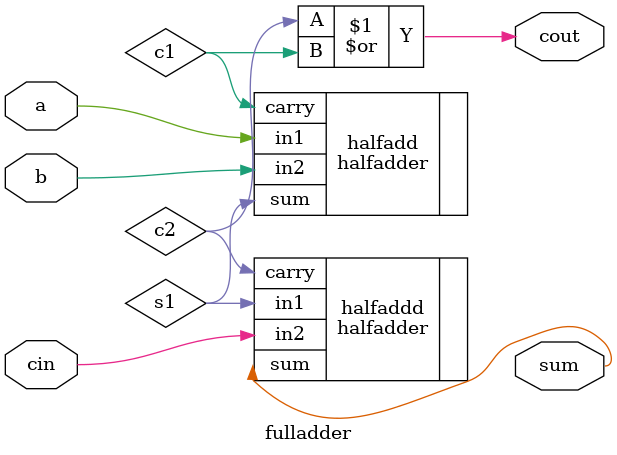
<source format=v>
module fulladder ( 
input a,b,cin,
output sum , cout ) ; 
wire s1 , c1 , c2 ;
 halfadder halfadd 
 (.in1(a) , 
 .in2(b),
 .sum(s1),
 .carry(c1) 
 ); 
 halfadder halfaddd 
 (.in1(s1) , 
 .in2(cin),
 .sum(sum),
 .carry(c2) 
 ); 
 assign cout= c2 |  c1 ; 
 endmodule 
</source>
